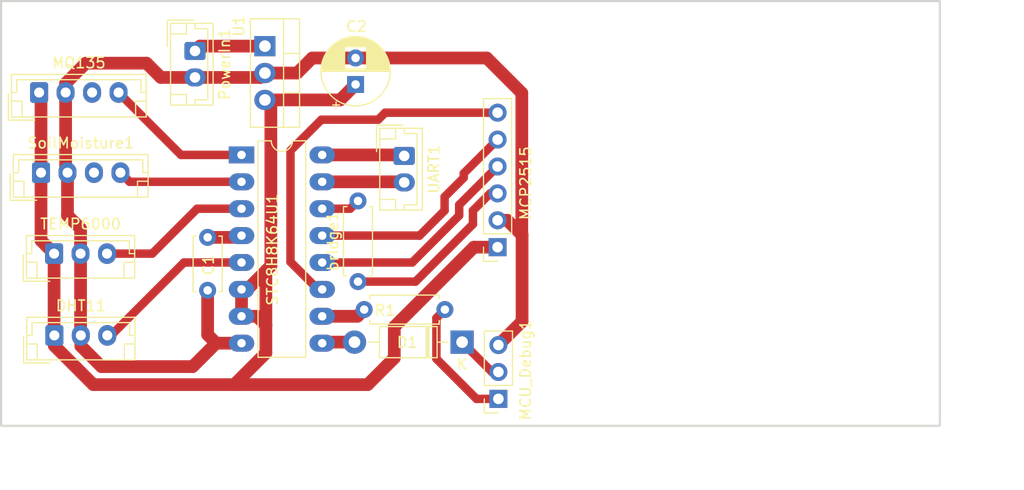
<source format=kicad_pcb>
(kicad_pcb (version 20221018) (generator pcbnew)
  (layers (0 "F.Cu" signal) (31 "B.Cu" signal) (34 "B.Paste" user) (35 "F.Paste" user) (36 "B.SilkS" user "B.Silkscreen") (37 "F.SilkS" user "F.Silkscreen") (38 "B.Mask" user) (39 "F.Mask" user) (44 "Edge.Cuts" user))
  (net 0 "")
  (net 1 "Net-(STC8H8K64U1-Pin_4)")
  (net 2 "GND")
  (net 3 "+5V")
  (net 4 "Net-(D1-K)")
  (net 5 "Net-(D1-A)")
  (net 6 "CS")
  (net 7 "MISO")
  (net 8 "MOSI")
  (net 9 "SCLK")
  (net 10 "Net-(MCU_Debug1-Pin_1)")
  (net 12 "MQ135")
  (net 13 "+12V")
  (net 14 "Net-(STC8H8K64U1-Pin_10)")
  (net 16 "SoilMoisture")
  (net 17 "TEMT6000")
  (net 18 "DHT11")
  (net 19 "RX")
  (net 20 "TX")
  (net 21 "Net-(STC8H8K64U1-Pin_14)")
  (footprint "Capacitor_THT:C_Disc_D5.0mm_W2.5mm_P5.00mm" (layer "F.Cu") (at 134.2644 64.6322 -90)
    (fp_text reference "C1" (at 2.6124 -0.0762 90) (layer "F.SilkS"))
    (fp_text value "10nF")
    (fp_line (start -0.12 -1.37) (end -0.12 -1.055) (stroke (width 0.12)) (layer "F.SilkS"))
    (fp_line (start -0.12 -1.37) (end 5.12 -1.37) (stroke (width 0.12)) (layer "F.SilkS"))
    (fp_line (start -0.12 1.055) (end -0.12 1.37) (stroke (width 0.12)) (layer "F.SilkS"))
    (fp_line (start -0.12 1.37) (end 5.12 1.37) (stroke (width 0.12)) (layer "F.SilkS"))
    (fp_line (start 5.12 -1.37) (end 5.12 -1.055) (stroke (width 0.12)) (layer "F.SilkS"))
    (fp_line (start 5.12 1.055) (end 5.12 1.37) (stroke (width 0.12)) (layer "F.SilkS"))
    (pad "1" thru_hole circle (at 0 0 270) (size 1.6 1.6) (drill 0.8) (layers "*.Cu" "*.Mask") (net 1 "Net-(STC8H8K64U1-Pin_4)"))
    (pad "2" thru_hole circle (at 5 0 270) (size 1.6 1.6) (drill 0.8) (layers "*.Cu" "*.Mask") (net 2 "GND"))
  )
  (footprint "Package_TO_SOT_THT:TO-220-3_Vertical" (layer "F.Cu") (at 139.6746 46.5728 -90)
    (fp_text reference "U1" (at -1.905 2.4638 90) (layer "F.SilkS"))
    (fp_text value "L7805")
    (fp_line (start -2.58 -3.27) (end -2.58 1.371) (stroke (width 0.12)) (layer "F.SilkS"))
    (fp_line (start -2.58 -3.27) (end 7.66 -3.27) (stroke (width 0.12)) (layer "F.SilkS"))
    (fp_line (start -2.58 -1.76) (end 7.66 -1.76) (stroke (width 0.12)) (layer "F.SilkS"))
    (fp_line (start -2.58 1.371) (end 7.66 1.371) (stroke (width 0.12)) (layer "F.SilkS"))
    (fp_line (start 0.69 -3.27) (end 0.69 -1.76) (stroke (width 0.12)) (layer "F.SilkS"))
    (fp_line (start 4.391 -3.27) (end 4.391 -1.76) (stroke (width 0.12)) (layer "F.SilkS"))
    (fp_line (start 7.66 -3.27) (end 7.66 1.371) (stroke (width 0.12)) (layer "F.SilkS"))
    (pad "1" thru_hole rect (at 0 0 270) (size 1.905 2) (drill 1.1) (layers "*.Cu" "*.Mask") (net 13 "+12V"))
    (pad "2" thru_hole oval (at 2.54 0 270) (size 1.905 2) (drill 1.1) (layers "*.Cu" "*.Mask") (net 2 "GND"))
    (pad "3" thru_hole oval (at 5.08 0 270) (size 1.905 2) (drill 1.1) (layers "*.Cu" "*.Mask") (net 3 "+5V"))
  )
  (footprint "Connector_JST:JST_EH_B3B-EH-A_1x03_P2.50mm_Vertical" (layer "F.Cu") (at 119.7648 66.167)
    (fp_text reference "TEMP6000" (at 2.5 -2.8) (layer "F.SilkS"))
    (fp_text value "JST-3p")
    (fp_line (start -2.91 0.11) (end -2.91 2.61) (stroke (width 0.12)) (layer "F.SilkS"))
    (fp_line (start -2.91 2.61) (end -0.41 2.61) (stroke (width 0.12)) (layer "F.SilkS"))
    (fp_line (start -2.61 -1.71) (end -2.61 2.31) (stroke (width 0.12)) (layer "F.SilkS"))
    (fp_line (start -2.61 0) (end -2.11 0) (stroke (width 0.12)) (layer "F.SilkS"))
    (fp_line (start -2.61 0.81) (end -1.61 0.81) (stroke (width 0.12)) (layer "F.SilkS"))
    (fp_line (start -2.61 2.31) (end 7.61 2.31) (stroke (width 0.12)) (layer "F.SilkS"))
    (fp_line (start -2.11 -1.21) (end 7.11 -1.21) (stroke (width 0.12)) (layer "F.SilkS"))
    (fp_line (start -2.11 0) (end -2.11 -1.21) (stroke (width 0.12)) (layer "F.SilkS"))
    (fp_line (start -1.61 0.81) (end -1.61 2.31) (stroke (width 0.12)) (layer "F.SilkS"))
    (fp_line (start 6.61 0.81) (end 6.61 2.31) (stroke (width 0.12)) (layer "F.SilkS"))
    (fp_line (start 7.11 -1.21) (end 7.11 0) (stroke (width 0.12)) (layer "F.SilkS"))
    (fp_line (start 7.11 0) (end 7.61 0) (stroke (width 0.12)) (layer "F.SilkS"))
    (fp_line (start 7.61 -1.71) (end -2.61 -1.71) (stroke (width 0.12)) (layer "F.SilkS"))
    (fp_line (start 7.61 0.81) (end 6.61 0.81) (stroke (width 0.12)) (layer "F.SilkS"))
    (fp_line (start 7.61 2.31) (end 7.61 -1.71) (stroke (width 0.12)) (layer "F.SilkS"))
    (pad "1" thru_hole roundrect (at 0 0) (size 1.7 1.95) (drill 0.95) (layers "*.Cu" "*.Mask") (roundrect_rratio 0.147059) (net 3 "+5V"))
    (pad "2" thru_hole oval (at 2.5 0) (size 1.7 1.95) (drill 0.95) (layers "*.Cu" "*.Mask") (net 2 "GND"))
    (pad "3" thru_hole oval (at 5 0) (size 1.7 1.95) (drill 0.95) (layers "*.Cu" "*.Mask") (net 17 "TEMT6000"))
  )
  (footprint "Connector_JST:JST_EH_B2B-EH-A_1x02_P2.50mm_Vertical" (layer "F.Cu") (at 133.0706 47.03 -90)
    (fp_text reference "PowerIn1" (at 1.25 -2.8 90) (layer "F.SilkS"))
    (fp_text value "JST-2p")
    (fp_line (start -2.91 0.11) (end -2.91 2.61) (stroke (width 0.12)) (layer "F.SilkS"))
    (fp_line (start -2.91 2.61) (end -0.41 2.61) (stroke (width 0.12)) (layer "F.SilkS"))
    (fp_line (start -2.61 -1.71) (end -2.61 2.31) (stroke (width 0.12)) (layer "F.SilkS"))
    (fp_line (start -2.61 0) (end -2.11 0) (stroke (width 0.12)) (layer "F.SilkS"))
    (fp_line (start -2.61 0.81) (end -1.61 0.81) (stroke (width 0.12)) (layer "F.SilkS"))
    (fp_line (start -2.61 2.31) (end 5.11 2.31) (stroke (width 0.12)) (layer "F.SilkS"))
    (fp_line (start -2.11 -1.21) (end 4.61 -1.21) (stroke (width 0.12)) (layer "F.SilkS"))
    (fp_line (start -2.11 0) (end -2.11 -1.21) (stroke (width 0.12)) (layer "F.SilkS"))
    (fp_line (start -1.61 0.81) (end -1.61 2.31) (stroke (width 0.12)) (layer "F.SilkS"))
    (fp_line (start 4.11 0.81) (end 4.11 2.31) (stroke (width 0.12)) (layer "F.SilkS"))
    (fp_line (start 4.61 -1.21) (end 4.61 0) (stroke (width 0.12)) (layer "F.SilkS"))
    (fp_line (start 4.61 0) (end 5.11 0) (stroke (width 0.12)) (layer "F.SilkS"))
    (fp_line (start 5.11 -1.71) (end -2.61 -1.71) (stroke (width 0.12)) (layer "F.SilkS"))
    (fp_line (start 5.11 0.81) (end 4.11 0.81) (stroke (width 0.12)) (layer "F.SilkS"))
    (fp_line (start 5.11 2.31) (end 5.11 -1.71) (stroke (width 0.12)) (layer "F.SilkS"))
    (pad "1" thru_hole roundrect (at 0 0 270) (size 1.7 2) (drill 1) (layers "*.Cu" "*.Mask") (roundrect_rratio 0.147059) (net 13 "+12V"))
    (pad "2" thru_hole oval (at 2.5 0 270) (size 1.7 2) (drill 1) (layers "*.Cu" "*.Mask") (net 2 "GND"))
  )
  (footprint "Connector_JST:JST_EH_B4B-EH-A_1x04_P2.50mm_Vertical" (layer "F.Cu") (at 118.3532 50.9524)
    (fp_text reference "MQ135" (at 3.75 -2.8) (layer "F.SilkS"))
    (fp_text value "JST-4p")
    (fp_line (start -2.91 0.11) (end -2.91 2.61) (stroke (width 0.12)) (layer "F.SilkS"))
    (fp_line (start -2.91 2.61) (end -0.41 2.61) (stroke (width 0.12)) (layer "F.SilkS"))
    (fp_line (start -2.61 -1.71) (end -2.61 2.31) (stroke (width 0.12)) (layer "F.SilkS"))
    (fp_line (start -2.61 0) (end -2.11 0) (stroke (width 0.12)) (layer "F.SilkS"))
    (fp_line (start -2.61 0.81) (end -1.61 0.81) (stroke (width 0.12)) (layer "F.SilkS"))
    (fp_line (start -2.61 2.31) (end 10.11 2.31) (stroke (width 0.12)) (layer "F.SilkS"))
    (fp_line (start -2.11 -1.21) (end 9.61 -1.21) (stroke (width 0.12)) (layer "F.SilkS"))
    (fp_line (start -2.11 0) (end -2.11 -1.21) (stroke (width 0.12)) (layer "F.SilkS"))
    (fp_line (start -1.61 0.81) (end -1.61 2.31) (stroke (width 0.12)) (layer "F.SilkS"))
    (fp_line (start 9.11 0.81) (end 9.11 2.31) (stroke (width 0.12)) (layer "F.SilkS"))
    (fp_line (start 9.61 -1.21) (end 9.61 0) (stroke (width 0.12)) (layer "F.SilkS"))
    (fp_line (start 9.61 0) (end 10.11 0) (stroke (width 0.12)) (layer "F.SilkS"))
    (fp_line (start 10.11 -1.71) (end -2.61 -1.71) (stroke (width 0.12)) (layer "F.SilkS"))
    (fp_line (start 10.11 0.81) (end 9.11 0.81) (stroke (width 0.12)) (layer "F.SilkS"))
    (fp_line (start 10.11 2.31) (end 10.11 -1.71) (stroke (width 0.12)) (layer "F.SilkS"))
    (pad "1" thru_hole roundrect (at 0 0) (size 1.7 1.95) (drill 0.95) (layers "*.Cu" "*.Mask") (roundrect_rratio 0.147059) (net 3 "+5V"))
    (pad "2" thru_hole oval (at 2.5 0) (size 1.7 1.95) (drill 0.95) (layers "*.Cu" "*.Mask") (net 2 "GND"))
    (pad "3" thru_hole oval (at 5 0) (size 1.7 1.95) (drill 0.95) (layers "*.Cu" "*.Mask"))
    (pad "4" thru_hole oval (at 7.5 0) (size 1.7 1.95) (drill 0.95) (layers "*.Cu" "*.Mask") (net 12 "MQ135"))
  )
  (footprint "Connector_PinSocket_2.54mm:PinSocket_1x06_P2.54mm_Vertical" (layer "F.Cu") (at 161.6456 65.5574 180)
    (fp_text reference "MCP2515" (at -2.6416 6.0452 90) (layer "F.SilkS"))
    (fp_text value "PinHeader6p")
    (fp_line (start -1.33 1.27) (end -1.33 14.03) (stroke (width 0.12)) (layer "F.SilkS"))
    (fp_line (start -1.33 1.27) (end 1.33 1.27) (stroke (width 0.12)) (layer "F.SilkS"))
    (fp_line (start -1.33 14.03) (end 1.33 14.03) (stroke (width 0.12)) (layer "F.SilkS"))
    (fp_line (start 0 -1.33) (end 1.33 -1.33) (stroke (width 0.12)) (layer "F.SilkS"))
    (fp_line (start 1.33 -1.33) (end 1.33 0) (stroke (width 0.12)) (layer "F.SilkS"))
    (fp_line (start 1.33 1.27) (end 1.33 14.03) (stroke (width 0.12)) (layer "F.SilkS"))
    (pad "1" thru_hole rect (at 0 0 180) (size 1.7 1.7) (drill 1) (layers "*.Cu" "*.Mask") (net 3 "+5V"))
    (pad "2" thru_hole oval (at 0 2.54 180) (size 1.7 1.7) (drill 1) (layers "*.Cu" "*.Mask") (net 2 "GND"))
    (pad "3" thru_hole oval (at 0 5.08 180) (size 1.7 1.7) (drill 1) (layers "*.Cu" "*.Mask") (net 6 "CS"))
    (pad "4" thru_hole oval (at 0 7.62 180) (size 1.7 1.7) (drill 1) (layers "*.Cu" "*.Mask") (net 7 "MISO"))
    (pad "5" thru_hole oval (at 0 10.16 180) (size 1.7 1.7) (drill 1) (layers "*.Cu" "*.Mask") (net 8 "MOSI"))
    (pad "6" thru_hole oval (at 0 12.7 180) (size 1.7 1.7) (drill 1) (layers "*.Cu" "*.Mask") (net 9 "SCLK"))
  )
  (footprint "Resistor_THT:R_Axial_DIN0207_L6.3mm_D2.5mm_P7.62mm_Horizontal" (layer "F.Cu") (at 148.463 68.8086 90)
    (fp_text reference "bridge1" (at 3.81 -2.37 90) (layer "F.SilkS"))
    (fp_text value "0")
    (fp_line (start 0.54 -1.37) (end 7.08 -1.37) (stroke (width 0.12)) (layer "F.SilkS"))
    (fp_line (start 0.54 -1.04) (end 0.54 -1.37) (stroke (width 0.12)) (layer "F.SilkS"))
    (fp_line (start 0.54 1.04) (end 0.54 1.37) (stroke (width 0.12)) (layer "F.SilkS"))
    (fp_line (start 0.54 1.37) (end 7.08 1.37) (stroke (width 0.12)) (layer "F.SilkS"))
    (fp_line (start 7.08 -1.37) (end 7.08 -1.04) (stroke (width 0.12)) (layer "F.SilkS"))
    (fp_line (start 7.08 1.37) (end 7.08 1.04) (stroke (width 0.12)) (layer "F.SilkS"))
    (pad "1" thru_hole circle (at 0 0 90) (size 1.6 1.6) (drill 0.8) (layers "*.Cu" "*.Mask") (net 6 "CS"))
    (pad "2" thru_hole oval (at 7.62 0 90) (size 1.6 1.6) (drill 0.8) (layers "*.Cu" "*.Mask") (net 21 "Net-(STC8H8K64U1-Pin_14)"))
  )
  (footprint "Connector_JST:JST_EH_B2B-EH-A_1x02_P2.50mm_Vertical" (layer "F.Cu") (at 152.827 56.9414 -90)
    (fp_text reference "UART1" (at 1.25 -2.8 90) (layer "F.SilkS"))
    (fp_text value "JST-2p")
    (fp_line (start -2.91 0.11) (end -2.91 2.61) (stroke (width 0.12)) (layer "F.SilkS"))
    (fp_line (start -2.91 2.61) (end -0.41 2.61) (stroke (width 0.12)) (layer "F.SilkS"))
    (fp_line (start -2.61 -1.71) (end -2.61 2.31) (stroke (width 0.12)) (layer "F.SilkS"))
    (fp_line (start -2.61 0) (end -2.11 0) (stroke (width 0.12)) (layer "F.SilkS"))
    (fp_line (start -2.61 0.81) (end -1.61 0.81) (stroke (width 0.12)) (layer "F.SilkS"))
    (fp_line (start -2.61 2.31) (end 5.11 2.31) (stroke (width 0.12)) (layer "F.SilkS"))
    (fp_line (start -2.11 -1.21) (end 4.61 -1.21) (stroke (width 0.12)) (layer "F.SilkS"))
    (fp_line (start -2.11 0) (end -2.11 -1.21) (stroke (width 0.12)) (layer "F.SilkS"))
    (fp_line (start -1.61 0.81) (end -1.61 2.31) (stroke (width 0.12)) (layer "F.SilkS"))
    (fp_line (start 4.11 0.81) (end 4.11 2.31) (stroke (width 0.12)) (layer "F.SilkS"))
    (fp_line (start 4.61 -1.21) (end 4.61 0) (stroke (width 0.12)) (layer "F.SilkS"))
    (fp_line (start 4.61 0) (end 5.11 0) (stroke (width 0.12)) (layer "F.SilkS"))
    (fp_line (start 5.11 -1.71) (end -2.61 -1.71) (stroke (width 0.12)) (layer "F.SilkS"))
    (fp_line (start 5.11 0.81) (end 4.11 0.81) (stroke (width 0.12)) (layer "F.SilkS"))
    (fp_line (start 5.11 2.31) (end 5.11 -1.71) (stroke (width 0.12)) (layer "F.SilkS"))
    (pad "1" thru_hole roundrect (at 0 0 270) (size 1.7 2) (drill 1) (layers "*.Cu" "*.Mask") (roundrect_rratio 0.147059) (net 20 "TX"))
    (pad "2" thru_hole oval (at 2.5 0 270) (size 1.7 2) (drill 1) (layers "*.Cu" "*.Mask") (net 19 "RX"))
  )
  (footprint "Connector_JST:JST_EH_B4B-EH-A_1x04_P2.50mm_Vertical" (layer "F.Cu") (at 118.531 58.5216)
    (fp_text reference "SoilMoisture1" (at 3.75 -2.8) (layer "F.SilkS"))
    (fp_text value "JST-4p")
    (fp_line (start -2.91 0.11) (end -2.91 2.61) (stroke (width 0.12)) (layer "F.SilkS"))
    (fp_line (start -2.91 2.61) (end -0.41 2.61) (stroke (width 0.12)) (layer "F.SilkS"))
    (fp_line (start -2.61 -1.71) (end -2.61 2.31) (stroke (width 0.12)) (layer "F.SilkS"))
    (fp_line (start -2.61 0) (end -2.11 0) (stroke (width 0.12)) (layer "F.SilkS"))
    (fp_line (start -2.61 0.81) (end -1.61 0.81) (stroke (width 0.12)) (layer "F.SilkS"))
    (fp_line (start -2.61 2.31) (end 10.11 2.31) (stroke (width 0.12)) (layer "F.SilkS"))
    (fp_line (start -2.11 -1.21) (end 9.61 -1.21) (stroke (width 0.12)) (layer "F.SilkS"))
    (fp_line (start -2.11 0) (end -2.11 -1.21) (stroke (width 0.12)) (layer "F.SilkS"))
    (fp_line (start -1.61 0.81) (end -1.61 2.31) (stroke (width 0.12)) (layer "F.SilkS"))
    (fp_line (start 9.11 0.81) (end 9.11 2.31) (stroke (width 0.12)) (layer "F.SilkS"))
    (fp_line (start 9.61 -1.21) (end 9.61 0) (stroke (width 0.12)) (layer "F.SilkS"))
    (fp_line (start 9.61 0) (end 10.11 0) (stroke (width 0.12)) (layer "F.SilkS"))
    (fp_line (start 10.11 -1.71) (end -2.61 -1.71) (stroke (width 0.12)) (layer "F.SilkS"))
    (fp_line (start 10.11 0.81) (end 9.11 0.81) (stroke (width 0.12)) (layer "F.SilkS"))
    (fp_line (start 10.11 2.31) (end 10.11 -1.71) (stroke (width 0.12)) (layer "F.SilkS"))
    (pad "1" thru_hole roundrect (at 0 0) (size 1.7 1.95) (drill 0.95) (layers "*.Cu" "*.Mask") (roundrect_rratio 0.147059) (net 3 "+5V"))
    (pad "2" thru_hole oval (at 2.5 0) (size 1.7 1.95) (drill 0.95) (layers "*.Cu" "*.Mask") (net 2 "GND"))
    (pad "3" thru_hole oval (at 5 0) (size 1.7 1.95) (drill 0.95) (layers "*.Cu" "*.Mask"))
    (pad "4" thru_hole oval (at 7.5 0) (size 1.7 1.95) (drill 0.95) (layers "*.Cu" "*.Mask") (net 16 "SoilMoisture"))
  )
  (footprint "Package_DIP:DIP-16_W7.62mm_LongPads" (layer "F.Cu") (at 137.4648 56.8452)
    (fp_text reference "STC8H8K64U1" (at 2.921 8.9408 90) (layer "F.SilkS"))
    (fp_text value "SOP16_case")
    (fp_line (start 1.56 -1.33) (end 1.56 19.11) (stroke (width 0.12)) (layer "F.SilkS"))
    (fp_line (start 1.56 19.11) (end 6.06 19.11) (stroke (width 0.12)) (layer "F.SilkS"))
    (fp_line (start 2.81 -1.33) (end 1.56 -1.33) (stroke (width 0.12)) (layer "F.SilkS"))
    (fp_line (start 6.06 -1.33) (end 4.81 -1.33) (stroke (width 0.12)) (layer "F.SilkS"))
    (fp_line (start 6.06 19.11) (end 6.06 -1.33) (stroke (width 0.12)) (layer "F.SilkS"))
    (fp_arc (start 4.81 -1.33) (mid 3.81 -0.33) (end 2.81 -1.33) (stroke (width 0.12)) (layer "F.SilkS"))
    (pad "1" thru_hole rect (at 0 0) (size 2.4 1.6) (drill 0.8) (layers "*.Cu" "*.Mask") (net 12 "MQ135"))
    (pad "2" thru_hole oval (at 0 2.54) (size 2.4 1.6) (drill 0.8) (layers "*.Cu" "*.Mask") (net 16 "SoilMoisture"))
    (pad "3" thru_hole oval (at 0 5.08) (size 2.4 1.6) (drill 0.8) (layers "*.Cu" "*.Mask") (net 17 "TEMT6000"))
    (pad "4" thru_hole oval (at 0 7.62) (size 2.4 1.6) (drill 0.8) (layers "*.Cu" "*.Mask") (net 1 "Net-(STC8H8K64U1-Pin_4)"))
    (pad "5" thru_hole oval (at 0 10.16) (size 2.4 1.6) (drill 0.8) (layers "*.Cu" "*.Mask") (net 18 "DHT11"))
    (pad "6" thru_hole oval (at 0 12.7) (size 2.4 1.6) (drill 0.8) (layers "*.Cu" "*.Mask") (net 3 "+5V"))
    (pad "7" thru_hole oval (at 0 15.24) (size 2.4 1.6) (drill 0.8) (layers "*.Cu" "*.Mask") (net 3 "+5V"))
    (pad "8" thru_hole oval (at 0 17.78) (size 2.4 1.6) (drill 0.8) (layers "*.Cu" "*.Mask") (net 2 "GND"))
    (pad "9" thru_hole oval (at 7.62 17.78) (size 2.4 1.6) (drill 0.8) (layers "*.Cu" "*.Mask") (net 5 "Net-(D1-A)"))
    (pad "10" thru_hole oval (at 7.62 15.24) (size 2.4 1.6) (drill 0.8) (layers "*.Cu" "*.Mask") (net 14 "Net-(STC8H8K64U1-Pin_10)"))
    (pad "11" thru_hole oval (at 7.62 12.7) (size 2.4 1.6) (drill 0.8) (layers "*.Cu" "*.Mask") (net 9 "SCLK"))
    (pad "12" thru_hole oval (at 7.62 10.16) (size 2.4 1.6) (drill 0.8) (layers "*.Cu" "*.Mask") (net 7 "MISO"))
    (pad "13" thru_hole oval (at 7.62 7.62) (size 2.4 1.6) (drill 0.8) (layers "*.Cu" "*.Mask") (net 8 "MOSI"))
    (pad "14" thru_hole oval (at 7.62 5.08) (size 2.4 1.6) (drill 0.8) (layers "*.Cu" "*.Mask") (net 21 "Net-(STC8H8K64U1-Pin_14)"))
    (pad "15" thru_hole oval (at 7.62 2.54) (size 2.4 1.6) (drill 0.8) (layers "*.Cu" "*.Mask") (net 19 "RX"))
    (pad "16" thru_hole oval (at 7.62 0) (size 2.4 1.6) (drill 0.8) (layers "*.Cu" "*.Mask") (net 20 "TX"))
  )
  (footprint "Connector_PinSocket_2.54mm:PinSocket_1x03_P2.54mm_Vertical" (layer "F.Cu") (at 161.7218 79.883 180)
    (fp_text reference "MCU_Debug1" (at -2.5654 2.7178 270) (layer "F.SilkS"))
    (fp_text value "1x3_Socket")
    (fp_line (start -1.33 1.27) (end -1.33 6.41) (stroke (width 0.12)) (layer "F.SilkS"))
    (fp_line (start -1.33 1.27) (end 1.33 1.27) (stroke (width 0.12)) (layer "F.SilkS"))
    (fp_line (start -1.33 6.41) (end 1.33 6.41) (stroke (width 0.12)) (layer "F.SilkS"))
    (fp_line (start 0 -1.33) (end 1.33 -1.33) (stroke (width 0.12)) (layer "F.SilkS"))
    (fp_line (start 1.33 -1.33) (end 1.33 0) (stroke (width 0.12)) (layer "F.SilkS"))
    (fp_line (start 1.33 1.27) (end 1.33 6.41) (stroke (width 0.12)) (layer "F.SilkS"))
    (pad "1" thru_hole rect (at 0 0 180) (size 1.7 1.7) (drill 1) (layers "*.Cu" "*.Mask") (net 10 "Net-(MCU_Debug1-Pin_1)"))
    (pad "2" thru_hole oval (at 0 2.54 180) (size 1.7 1.7) (drill 1) (layers "*.Cu" "*.Mask") (net 4 "Net-(D1-K)"))
    (pad "3" thru_hole oval (at 0 5.08 180) (size 1.7 1.7) (drill 1) (layers "*.Cu" "*.Mask") (net 2 "GND"))
  )
  (footprint "Capacitor_THT:CP_Radial_D6.3mm_P2.50mm" (layer "F.Cu") (at 148.2344 50.19358 90)
    (fp_text reference "C2" (at 5.47498 0.0762 180) (layer "F.SilkS"))
    (fp_text value "220uf")
    (fp_line (start -2.250241 -1.839) (end -1.620241 -1.839) (stroke (width 0.12)) (layer "F.SilkS"))
    (fp_line (start -1.935241 -2.154) (end -1.935241 -1.524) (stroke (width 0.12)) (layer "F.SilkS"))
    (fp_line (start 1.25 -3.23) (end 1.25 3.23) (stroke (width 0.12)) (layer "F.SilkS"))
    (fp_line (start 1.29 -3.23) (end 1.29 3.23) (stroke (width 0.12)) (layer "F.SilkS"))
    (fp_line (start 1.33 -3.23) (end 1.33 3.23) (stroke (width 0.12)) (layer "F.SilkS"))
    (fp_line (start 1.37 -3.228) (end 1.37 3.228) (stroke (width 0.12)) (layer "F.SilkS"))
    (fp_line (start 1.41 -3.227) (end 1.41 3.227) (stroke (width 0.12)) (layer "F.SilkS"))
    (fp_line (start 1.45 -3.224) (end 1.45 3.224) (stroke (width 0.12)) (layer "F.SilkS"))
    (fp_line (start 1.49 -3.222) (end 1.49 -1.04) (stroke (width 0.12)) (layer "F.SilkS"))
    (fp_line (start 1.49 1.04) (end 1.49 3.222) (stroke (width 0.12)) (layer "F.SilkS"))
    (fp_line (start 1.53 -3.218) (end 1.53 -1.04) (stroke (width 0.12)) (layer "F.SilkS"))
    (fp_line (start 1.53 1.04) (end 1.53 3.218) (stroke (width 0.12)) (layer "F.SilkS"))
    (fp_line (start 1.57 -3.215) (end 1.57 -1.04) (stroke (width 0.12)) (layer "F.SilkS"))
    (fp_line (start 1.57 1.04) (end 1.57 3.215) (stroke (width 0.12)) (layer "F.SilkS"))
    (fp_line (start 1.61 -3.211) (end 1.61 -1.04) (stroke (width 0.12)) (layer "F.SilkS"))
    (fp_line (start 1.61 1.04) (end 1.61 3.211) (stroke (width 0.12)) (layer "F.SilkS"))
    (fp_line (start 1.65 -3.206) (end 1.65 -1.04) (stroke (width 0.12)) (layer "F.SilkS"))
    (fp_line (start 1.65 1.04) (end 1.65 3.206) (stroke (width 0.12)) (layer "F.SilkS"))
    (fp_line (start 1.69 -3.201) (end 1.69 -1.04) (stroke (width 0.12)) (layer "F.SilkS"))
    (fp_line (start 1.69 1.04) (end 1.69 3.201) (stroke (width 0.12)) (layer "F.SilkS"))
    (fp_line (start 1.73 -3.195) (end 1.73 -1.04) (stroke (width 0.12)) (layer "F.SilkS"))
    (fp_line (start 1.73 1.04) (end 1.73 3.195) (stroke (width 0.12)) (layer "F.SilkS"))
    (fp_line (start 1.77 -3.189) (end 1.77 -1.04) (stroke (width 0.12)) (layer "F.SilkS"))
    (fp_line (start 1.77 1.04) (end 1.77 3.189) (stroke (width 0.12)) (layer "F.SilkS"))
    (fp_line (start 1.81 -3.182) (end 1.81 -1.04) (stroke (width 0.12)) (layer "F.SilkS"))
    (fp_line (start 1.81 1.04) (end 1.81 3.182) (stroke (width 0.12)) (layer "F.SilkS"))
    (fp_line (start 1.85 -3.175) (end 1.85 -1.04) (stroke (width 0.12)) (layer "F.SilkS"))
    (fp_line (start 1.85 1.04) (end 1.85 3.175) (stroke (width 0.12)) (layer "F.SilkS"))
    (fp_line (start 1.89 -3.167) (end 1.89 -1.04) (stroke (width 0.12)) (layer "F.SilkS"))
    (fp_line (start 1.89 1.04) (end 1.89 3.167) (stroke (width 0.12)) (layer "F.SilkS"))
    (fp_line (start 1.93 -3.159) (end 1.93 -1.04) (stroke (width 0.12)) (layer "F.SilkS"))
    (fp_line (start 1.93 1.04) (end 1.93 3.159) (stroke (width 0.12)) (layer "F.SilkS"))
    (fp_line (start 1.971 -3.15) (end 1.971 -1.04) (stroke (width 0.12)) (layer "F.SilkS"))
    (fp_line (start 1.971 1.04) (end 1.971 3.15) (stroke (width 0.12)) (layer "F.SilkS"))
    (fp_line (start 2.011 -3.141) (end 2.011 -1.04) (stroke (width 0.12)) (layer "F.SilkS"))
    (fp_line (start 2.011 1.04) (end 2.011 3.141) (stroke (width 0.12)) (layer "F.SilkS"))
    (fp_line (start 2.051 -3.131) (end 2.051 -1.04) (stroke (width 0.12)) (layer "F.SilkS"))
    (fp_line (start 2.051 1.04) (end 2.051 3.131) (stroke (width 0.12)) (layer "F.SilkS"))
    (fp_line (start 2.091 -3.121) (end 2.091 -1.04) (stroke (width 0.12)) (layer "F.SilkS"))
    (fp_line (start 2.091 1.04) (end 2.091 3.121) (stroke (width 0.12)) (layer "F.SilkS"))
    (fp_line (start 2.131 -3.11) (end 2.131 -1.04) (stroke (width 0.12)) (layer "F.SilkS"))
    (fp_line (start 2.131 1.04) (end 2.131 3.11) (stroke (width 0.12)) (layer "F.SilkS"))
    (fp_line (start 2.171 -3.098) (end 2.171 -1.04) (stroke (width 0.12)) (layer "F.SilkS"))
    (fp_line (start 2.171 1.04) (end 2.171 3.098) (stroke (width 0.12)) (layer "F.SilkS"))
    (fp_line (start 2.211 -3.086) (end 2.211 -1.04) (stroke (width 0.12)) (layer "F.SilkS"))
    (fp_line (start 2.211 1.04) (end 2.211 3.086) (stroke (width 0.12)) (layer "F.SilkS"))
    (fp_line (start 2.251 -3.074) (end 2.251 -1.04) (stroke (width 0.12)) (layer "F.SilkS"))
    (fp_line (start 2.251 1.04) (end 2.251 3.074) (stroke (width 0.12)) (layer "F.SilkS"))
    (fp_line (start 2.291 -3.061) (end 2.291 -1.04) (stroke (width 0.12)) (layer "F.SilkS"))
    (fp_line (start 2.291 1.04) (end 2.291 3.061) (stroke (width 0.12)) (layer "F.SilkS"))
    (fp_line (start 2.331 -3.047) (end 2.331 -1.04) (stroke (width 0.12)) (layer "F.SilkS"))
    (fp_line (start 2.331 1.04) (end 2.331 3.047) (stroke (width 0.12)) (layer "F.SilkS"))
    (fp_line (start 2.371 -3.033) (end 2.371 -1.04) (stroke (width 0.12)) (layer "F.SilkS"))
    (fp_line (start 2.371 1.04) (end 2.371 3.033) (stroke (width 0.12)) (layer "F.SilkS"))
    (fp_line (start 2.411 -3.018) (end 2.411 -1.04) (stroke (width 0.12)) (layer "F.SilkS"))
    (fp_line (start 2.411 1.04) (end 2.411 3.018) (stroke (width 0.12)) (layer "F.SilkS"))
    (fp_line (start 2.451 -3.002) (end 2.451 -1.04) (stroke (width 0.12)) (layer "F.SilkS"))
    (fp_line (start 2.451 1.04) (end 2.451 3.002) (stroke (width 0.12)) (layer "F.SilkS"))
    (fp_line (start 2.491 -2.986) (end 2.491 -1.04) (stroke (width 0.12)) (layer "F.SilkS"))
    (fp_line (start 2.491 1.04) (end 2.491 2.986) (stroke (width 0.12)) (layer "F.SilkS"))
    (fp_line (start 2.531 -2.97) (end 2.531 -1.04) (stroke (width 0.12)) (layer "F.SilkS"))
    (fp_line (start 2.531 1.04) (end 2.531 2.97) (stroke (width 0.12)) (layer "F.SilkS"))
    (fp_line (start 2.571 -2.952) (end 2.571 -1.04) (stroke (width 0.12)) (layer "F.SilkS"))
    (fp_line (start 2.571 1.04) (end 2.571 2.952) (stroke (width 0.12)) (layer "F.SilkS"))
    (fp_line (start 2.611 -2.934) (end 2.611 -1.04) (stroke (width 0.12)) (layer "F.SilkS"))
    (fp_line (start 2.611 1.04) (end 2.611 2.934) (stroke (width 0.12)) (layer "F.SilkS"))
    (fp_line (start 2.651 -2.916) (end 2.651 -1.04) (stroke (width 0.12)) (layer "F.SilkS"))
    (fp_line (start 2.651 1.04) (end 2.651 2.916) (stroke (width 0.12)) (layer "F.SilkS"))
    (fp_line (start 2.691 -2.896) (end 2.691 -1.04) (stroke (width 0.12)) (layer "F.SilkS"))
    (fp_line (start 2.691 1.04) (end 2.691 2.896) (stroke (width 0.12)) (layer "F.SilkS"))
    (fp_line (start 2.731 -2.876) (end 2.731 -1.04) (stroke (width 0.12)) (layer "F.SilkS"))
    (fp_line (start 2.731 1.04) (end 2.731 2.876) (stroke (width 0.12)) (layer "F.SilkS"))
    (fp_line (start 2.771 -2.856) (end 2.771 -1.04) (stroke (width 0.12)) (layer "F.SilkS"))
    (fp_line (start 2.771 1.04) (end 2.771 2.856) (stroke (width 0.12)) (layer "F.SilkS"))
    (fp_line (start 2.811 -2.834) (end 2.811 -1.04) (stroke (width 0.12)) (layer "F.SilkS"))
    (fp_line (start 2.811 1.04) (end 2.811 2.834) (stroke (width 0.12)) (layer "F.SilkS"))
    (fp_line (start 2.851 -2.812) (end 2.851 -1.04) (stroke (width 0.12)) (layer "F.SilkS"))
    (fp_line (start 2.851 1.04) (end 2.851 2.812) (stroke (width 0.12)) (layer "F.SilkS"))
    (fp_line (start 2.891 -2.79) (end 2.891 -1.04) (stroke (width 0.12)) (layer "F.SilkS"))
    (fp_line (start 2.891 1.04) (end 2.891 2.79) (stroke (width 0.12)) (layer "F.SilkS"))
    (fp_line (start 2.931 -2.766) (end 2.931 -1.04) (stroke (width 0.12)) (layer "F.SilkS"))
    (fp_line (start 2.931 1.04) (end 2.931 2.766) (stroke (width 0.12)) (layer "F.SilkS"))
    (fp_line (start 2.971 -2.742) (end 2.971 -1.04) (stroke (width 0.12)) (layer "F.SilkS"))
    (fp_line (start 2.971 1.04) (end 2.971 2.742) (stroke (width 0.12)) (layer "F.SilkS"))
    (fp_line (start 3.011 -2.716) (end 3.011 -1.04) (stroke (width 0.12)) (layer "F.SilkS"))
    (fp_line (start 3.011 1.04) (end 3.011 2.716) (stroke (width 0.12)) (layer "F.SilkS"))
    (fp_line (start 3.051 -2.69) (end 3.051 -1.04) (stroke (width 0.12)) (layer "F.SilkS"))
    (fp_line (start 3.051 1.04) (end 3.051 2.69) (stroke (width 0.12)) (layer "F.SilkS"))
    (fp_line (start 3.091 -2.664) (end 3.091 -1.04) (stroke (width 0.12)) (layer "F.SilkS"))
    (fp_line (start 3.091 1.04) (end 3.091 2.664) (stroke (width 0.12)) (layer "F.SilkS"))
    (fp_line (start 3.131 -2.636) (end 3.131 -1.04) (stroke (width 0.12)) (layer "F.SilkS"))
    (fp_line (start 3.131 1.04) (end 3.131 2.636) (stroke (width 0.12)) (layer "F.SilkS"))
    (fp_line (start 3.171 -2.607) (end 3.171 -1.04) (stroke (width 0.12)) (layer "F.SilkS"))
    (fp_line (start 3.171 1.04) (end 3.171 2.607) (stroke (width 0.12)) (layer "F.SilkS"))
    (fp_line (start 3.211 -2.578) (end 3.211 -1.04) (stroke (width 0.12)) (layer "F.SilkS"))
    (fp_line (start 3.211 1.04) (end 3.211 2.578) (stroke (width 0.12)) (layer "F.SilkS"))
    (fp_line (start 3.251 -2.548) (end 3.251 -1.04) (stroke (width 0.12)) (layer "F.SilkS"))
    (fp_line (start 3.251 1.04) (end 3.251 2.548) (stroke (width 0.12)) (layer "F.SilkS"))
    (fp_line (start 3.291 -2.516) (end 3.291 -1.04) (stroke (width 0.12)) (layer "F.SilkS"))
    (fp_line (start 3.291 1.04) (end 3.291 2.516) (stroke (width 0.12)) (layer "F.SilkS"))
    (fp_line (start 3.331 -2.484) (end 3.331 -1.04) (stroke (width 0.12)) (layer "F.SilkS"))
    (fp_line (start 3.331 1.04) (end 3.331 2.484) (stroke (width 0.12)) (layer "F.SilkS"))
    (fp_line (start 3.371 -2.45) (end 3.371 -1.04) (stroke (width 0.12)) (layer "F.SilkS"))
    (fp_line (start 3.371 1.04) (end 3.371 2.45) (stroke (width 0.12)) (layer "F.SilkS"))
    (fp_line (start 3.411 -2.416) (end 3.411 -1.04) (stroke (width 0.12)) (layer "F.SilkS"))
    (fp_line (start 3.411 1.04) (end 3.411 2.416) (stroke (width 0.12)) (layer "F.SilkS"))
    (fp_line (start 3.451 -2.38) (end 3.451 -1.04) (stroke (width 0.12)) (layer "F.SilkS"))
    (fp_line (start 3.451 1.04) (end 3.451 2.38) (stroke (width 0.12)) (layer "F.SilkS"))
    (fp_line (start 3.491 -2.343) (end 3.491 -1.04) (stroke (width 0.12)) (layer "F.SilkS"))
    (fp_line (start 3.491 1.04) (end 3.491 2.343) (stroke (width 0.12)) (layer "F.SilkS"))
    (fp_line (start 3.531 -2.305) (end 3.531 -1.04) (stroke (width 0.12)) (layer "F.SilkS"))
    (fp_line (start 3.531 1.04) (end 3.531 2.305) (stroke (width 0.12)) (layer "F.SilkS"))
    (fp_line (start 3.571 -2.265) (end 3.571 2.265) (stroke (width 0.12)) (layer "F.SilkS"))
    (fp_line (start 3.611 -2.224) (end 3.611 2.224) (stroke (width 0.12)) (layer "F.SilkS"))
    (fp_line (start 3.651 -2.182) (end 3.651 2.182) (stroke (width 0.12)) (layer "F.SilkS"))
    (fp_line (start 3.691 -2.137) (end 3.691 2.137) (stroke (width 0.12)) (layer "F.SilkS"))
    (fp_line (start 3.731 -2.092) (end 3.731 2.092) (stroke (width 0.12)) (layer "F.SilkS"))
    (fp_line (start 3.771 -2.044) (end 3.771 2.044) (stroke (width 0.12)) (layer "F.SilkS"))
    (fp_line (start 3.811 -1.995) (end 3.811 1.995) (stroke (width 0.12)) (layer "F.SilkS"))
    (fp_line (start 3.851 -1.944) (end 3.851 1.944) (stroke (width 0.12)) (layer "F.SilkS"))
    (fp_line (start 3.891 -1.89) (end 3.891 1.89) (stroke (width 0.12)) (layer "F.SilkS"))
    (fp_line (start 3.931 -1.834) (end 3.931 1.834) (stroke (width 0.12)) (layer "F.SilkS"))
    (fp_line (start 3.971 -1.776) (end 3.971 1.776) (stroke (width 0.12)) (layer "F.SilkS"))
    (fp_line (start 4.011 -1.714) (end 4.011 1.714) (stroke (width 0.12)) (layer "F.SilkS"))
    (fp_line (start 4.051 -1.65) (end 4.051 1.65) (stroke (width 0.12)) (layer "F.SilkS"))
    (fp_line (start 4.091 -1.581) (end 4.091 1.581) (stroke (width 0.12)) (layer "F.SilkS"))
    (fp_line (start 4.131 -1.509) (end 4.131 1.509) (stroke (width 0.12)) (layer "F.SilkS"))
    (fp_line (start 4.171 -1.432) (end 4.171 1.432) (stroke (width 0.12)) (layer "F.SilkS"))
    (fp_line (start 4.211 -1.35) (end 4.211 1.35) (stroke (width 0.12)) (layer "F.SilkS"))
    (fp_line (start 4.251 -1.262) (end 4.251 1.262) (stroke (width 0.12)) (layer "F.SilkS"))
    (fp_line (start 4.291 -1.165) (end 4.291 1.165) (stroke (width 0.12)) (layer "F.SilkS"))
    (fp_line (start 4.331 -1.059) (end 4.331 1.059) (stroke (width 0.12)) (layer "F.SilkS"))
    (fp_line (start 4.371 -0.94) (end 4.371 0.94) (stroke (width 0.12)) (layer "F.SilkS"))
    (fp_line (start 4.411 -0.802) (end 4.411 0.802) (stroke (width 0.12)) (layer "F.SilkS"))
    (fp_line (start 4.451 -0.633) (end 4.451 0.633) (stroke (width 0.12)) (layer "F.SilkS"))
    (fp_line (start 4.491 -0.402) (end 4.491 0.402) (stroke (width 0.12)) (layer "F.SilkS"))
    (fp_circle (center 1.25 0) (end 4.52 0) (stroke (width 0.12)) (fill none) (layer "F.SilkS"))
    (pad "1" thru_hole rect (at 0 0 90) (size 1.6 1.6) (drill 0.8) (layers "*.Cu" "*.Mask") (net 3 "+5V"))
    (pad "2" thru_hole circle (at 2.5 0 90) (size 1.6 1.6) (drill 0.8) (layers "*.Cu" "*.Mask") (net 2 "GND"))
  )
  (footprint "Diode_THT:D_DO-41_SOD81_P10.16mm_Horizontal" (layer "F.Cu") (at 158.2928 74.5236 180)
    (fp_text reference "D1" (at 5.1816 -0.0254) (layer "F.SilkS"))
    (fp_text value "1N5817")
    (fp_text user "K" (at 0 -2.1) (layer "F.SilkS"))
    (fp_line (start 1.34 0) (end 2.36 0) (stroke (width 0.12)) (layer "F.SilkS"))
    (fp_line (start 2.36 -1.47) (end 2.36 1.47) (stroke (width 0.12)) (layer "F.SilkS"))
    (fp_line (start 2.36 1.47) (end 7.8 1.47) (stroke (width 0.12)) (layer "F.SilkS"))
    (fp_line (start 3.14 -1.47) (end 3.14 1.47) (stroke (width 0.12)) (layer "F.SilkS"))
    (fp_line (start 3.26 -1.47) (end 3.26 1.47) (stroke (width 0.12)) (layer "F.SilkS"))
    (fp_line (start 3.38 -1.47) (end 3.38 1.47) (stroke (width 0.12)) (layer "F.SilkS"))
    (fp_line (start 7.8 -1.47) (end 2.36 -1.47) (stroke (width 0.12)) (layer "F.SilkS"))
    (fp_line (start 7.8 1.47) (end 7.8 -1.47) (stroke (width 0.12)) (layer "F.SilkS"))
    (fp_line (start 8.82 0) (end 7.8 0) (stroke (width 0.12)) (layer "F.SilkS"))
    (pad "1" thru_hole rect (at 0 0 180) (size 2.2 2.2) (drill 1.1) (layers "*.Cu" "*.Mask") (net 4 "Net-(D1-K)"))
    (pad "2" thru_hole oval (at 10.16 0 180) (size 2.2 2.2) (drill 1.1) (layers "*.Cu" "*.Mask") (net 5 "Net-(D1-A)"))
  )
  (footprint "Resistor_THT:R_Axial_DIN0207_L6.3mm_D2.5mm_P7.62mm_Horizontal" (layer "F.Cu") (at 156.6672 71.4502 180)
    (fp_text reference "R1" (at 5.6388 -0.0762) (layer "F.SilkS"))
    (fp_text value "200")
    (fp_line (start 0.54 -1.37) (end 7.08 -1.37) (stroke (width 0.12)) (layer "F.SilkS"))
    (fp_line (start 0.54 -1.04) (end 0.54 -1.37) (stroke (width 0.12)) (layer "F.SilkS"))
    (fp_line (start 0.54 1.04) (end 0.54 1.37) (stroke (width 0.12)) (layer "F.SilkS"))
    (fp_line (start 0.54 1.37) (end 7.08 1.37) (stroke (width 0.12)) (layer "F.SilkS"))
    (fp_line (start 7.08 -1.37) (end 7.08 -1.04) (stroke (width 0.12)) (layer "F.SilkS"))
    (fp_line (start 7.08 1.37) (end 7.08 1.04) (stroke (width 0.12)) (layer "F.SilkS"))
    (pad "1" thru_hole circle (at 0 0 180) (size 1.6 1.6) (drill 0.8) (layers "*.Cu" "*.Mask") (net 10 "Net-(MCU_Debug1-Pin_1)"))
    (pad "2" thru_hole oval (at 7.62 0 180) (size 1.6 1.6) (drill 0.8) (layers "*.Cu" "*.Mask") (net 14 "Net-(STC8H8K64U1-Pin_10)"))
  )
  (footprint "Connector_JST:JST_EH_B3B-EH-A_1x03_P2.50mm_Vertical" (layer "F.Cu") (at 119.7902 73.8886)
    (fp_text reference "DHT11" (at 2.5 -2.8) (layer "F.SilkS"))
    (fp_text value "JST-3p")
    (fp_line (start -2.91 0.11) (end -2.91 2.61) (stroke (width 0.12)) (layer "F.SilkS"))
    (fp_line (start -2.91 2.61) (end -0.41 2.61) (stroke (width 0.12)) (layer "F.SilkS"))
    (fp_line (start -2.61 -1.71) (end -2.61 2.31) (stroke (width 0.12)) (layer "F.SilkS"))
    (fp_line (start -2.61 0) (end -2.11 0) (stroke (width 0.12)) (layer "F.SilkS"))
    (fp_line (start -2.61 0.81) (end -1.61 0.81) (stroke (width 0.12)) (layer "F.SilkS"))
    (fp_line (start -2.61 2.31) (end 7.61 2.31) (stroke (width 0.12)) (layer "F.SilkS"))
    (fp_line (start -2.11 -1.21) (end 7.11 -1.21) (stroke (width 0.12)) (layer "F.SilkS"))
    (fp_line (start -2.11 0) (end -2.11 -1.21) (stroke (width 0.12)) (layer "F.SilkS"))
    (fp_line (start -1.61 0.81) (end -1.61 2.31) (stroke (width 0.12)) (layer "F.SilkS"))
    (fp_line (start 6.61 0.81) (end 6.61 2.31) (stroke (width 0.12)) (layer "F.SilkS"))
    (fp_line (start 7.11 -1.21) (end 7.11 0) (stroke (width 0.12)) (layer "F.SilkS"))
    (fp_line (start 7.11 0) (end 7.61 0) (stroke (width 0.12)) (layer "F.SilkS"))
    (fp_line (start 7.61 -1.71) (end -2.61 -1.71) (stroke (width 0.12)) (layer "F.SilkS"))
    (fp_line (start 7.61 0.81) (end 6.61 0.81) (stroke (width 0.12)) (layer "F.SilkS"))
    (fp_line (start 7.61 2.31) (end 7.61 -1.71) (stroke (width 0.12)) (layer "F.SilkS"))
    (pad "1" thru_hole roundrect (at 0 0) (size 1.7 1.95) (drill 0.95) (layers "*.Cu" "*.Mask") (roundrect_rratio 0.147059) (net 3 "+5V"))
    (pad "2" thru_hole oval (at 2.5 0) (size 1.7 1.95) (drill 0.95) (layers "*.Cu" "*.Mask") (net 2 "GND"))
    (pad "3" thru_hole oval (at 5 0) (size 1.7 1.95) (drill 0.95) (layers "*.Cu" "*.Mask") (net 18 "DHT11"))
  )
  (gr_rect (start 114.7572 42.3164) (end 203.4032 82.423) (stroke (width 0.2)) (fill none) (layer "Edge.Cuts"))
  (segment (start 137.2978 64.6322) (end 137.4648 64.4652) (width 1.2) (layer "F.Cu") (net 1))
  (segment (start 134.2644 64.6322) (end 137.2978 64.6322) (width 1.2) (layer "F.Cu") (net 1))
  (segment (start 160.62198 47.69358) (end 148.2344 47.69358) (width 1.2) (layer "F.Cu") (net 2))
  (segment (start 122.2648 66.167) (end 122.2648 63.794) (width 1.2) (layer "F.Cu") (net 2))
  (segment (start 163.9316 51.0032) (end 160.62198 47.69358) (width 1.2) (layer "F.Cu") (net 2))
  (segment (start 120.8532 50.9524) (end 120.8532 58.3438) (width 1.2) (layer "F.Cu") (net 2))
  (segment (start 121.031 62.5602) (end 121.031 58.5216) (width 1.2) (layer "F.Cu") (net 2))
  (segment (start 124.2314 76.835) (end 132.855 76.835) (width 1.2) (layer "F.Cu") (net 2))
  (segment (start 120.8532 50.0888) (end 120.8532 50.9524) (width 1.2) (layer "F.Cu") (net 2))
  (segment (start 142.7226 49.1128) (end 144.14182 47.69358) (width 1.2) (layer "F.Cu") (net 2))
  (segment (start 133.0706 49.53) (end 139.2574 49.53) (width 1.2) (layer "F.Cu") (net 2))
  (segment (start 134.2644 73.8248) (end 135.0648 74.6252) (width 1.2) (layer "F.Cu") (net 2))
  (segment (start 122.2648 73.8632) (end 122.2902 73.8886) (width 1.2) (layer "F.Cu") (net 2))
  (segment (start 129.8448 49.53) (end 128.4986 48.1838) (width 1.2) (layer "F.Cu") (net 2))
  (segment (start 163.9316 64.389) (end 163.9316 51.0032) (width 1.2) (layer "F.Cu") (net 2))
  (segment (start 132.855 76.835) (end 135.0648 74.6252) (width 1.2) (layer "F.Cu") (net 2))
  (segment (start 139.2574 49.53) (end 139.6746 49.1128) (width 1.2) (layer "F.Cu") (net 2))
  (segment (start 122.2902 74.8938) (end 124.2314 76.835) (width 1.2) (layer "F.Cu") (net 2))
  (segment (start 120.8532 58.3438) (end 121.031 58.5216) (width 1.2) (layer "F.Cu") (net 2))
  (segment (start 163.957 64.4144) (end 163.957 72.5678) (width 1.2) (layer "F.Cu") (net 2))
  (segment (start 134.2644 69.6322) (end 134.2644 73.8248) (width 1.2) (layer "F.Cu") (net 2))
  (segment (start 144.14182 47.69358) (end 148.2344 47.69358) (width 1.2) (layer "F.Cu") (net 2))
  (segment (start 128.4986 48.1838) (end 122.7582 48.1838) (width 1.2) (layer "F.Cu") (net 2))
  (segment (start 163.957 64.4144) (end 163.9316 64.389) (width 1.2) (layer "F.Cu") (net 2))
  (segment (start 122.7582 48.1838) (end 120.8532 50.0888) (width 1.2) (layer "F.Cu") (net 2))
  (segment (start 139.6746 49.1128) (end 142.7226 49.1128) (width 1.2) (layer "F.Cu") (net 2))
  (segment (start 122.2902 73.8886) (end 122.2902 74.8938) (width 1.2) (layer "F.Cu") (net 2))
  (segment (start 162.56 63.0174) (end 163.957 64.4144) (width 1.2) (layer "F.Cu") (net 2))
  (segment (start 122.2648 66.167) (end 122.2648 73.8632) (width 1.2) (layer "F.Cu") (net 2))
  (segment (start 122.2648 63.794) (end 121.031 62.5602) (width 1.2) (layer "F.Cu") (net 2))
  (segment (start 161.6456 63.0174) (end 162.56 63.0174) (width 1.2) (layer "F.Cu") (net 2))
  (segment (start 133.0706 49.53) (end 129.8448 49.53) (width 1.2) (layer "F.Cu") (net 2))
  (segment (start 135.0648 74.6252) (end 137.4648 74.6252) (width 1.2) (layer "F.Cu") (net 2))
  (segment (start 163.957 72.5678) (end 161.7218 74.803) (width 1.2) (layer "F.Cu") (net 2))
  (segment (start 140.2334 67.323606) (end 140.2334 52.2116) (width 1.2) (layer "F.Cu") (net 3))
  (segment (start 119.7648 66.167) (end 119.7648 73.8632) (width 1.2) (layer "F.Cu") (net 3))
  (segment (start 119.7648 73.8632) (end 119.7902 73.8886) (width 1.2) (layer "F.Cu") (net 3))
  (segment (start 137.4648 69.5452) (end 137.4648 72.0852) (width 1.2) (layer "F.Cu") (net 3))
  (segment (start 139.7648 72.9374) (end 138.9126 72.0852) (width 1.2) (layer "F.Cu") (net 3))
  (segment (start 138.011806 69.5452) (end 140.2334 67.323606) (width 1.2) (layer "F.Cu") (net 3))
  (segment (start 139.7648 75.551) (end 139.7648 72.9374) (width 1.2) (layer "F.Cu") (net 3))
  (segment (start 140.2334 52.2116) (end 139.6746 51.6528) (width 1.2) (layer "F.Cu") (net 3))
  (segment (start 151.892 73.0758) (end 159.4104 65.5574) (width 1.2) (layer "F.Cu") (net 3))
  (segment (start 118.531 51.1302) (end 118.3532 50.9524) (width 1.2) (layer "F.Cu") (net 3))
  (segment (start 119.7902 73.8886) (end 119.7902 74.8636) (width 1.2) (layer "F.Cu") (net 3))
  (segment (start 139.7648 67.792206) (end 139.7648 72.9374) (width 1.2) (layer "F.Cu") (net 3))
  (segment (start 123.4616 78.535) (end 136.7808 78.535) (width 1.2) (layer "F.Cu") (net 3))
  (segment (start 137.4648 69.5452) (end 138.011806 69.5452) (width 1.2) (layer "F.Cu") (net 3))
  (segment (start 119.7902 74.8636) (end 123.4616 78.535) (width 1.2) (layer "F.Cu") (net 3))
  (segment (start 146.77518 51.6528) (end 148.2344 50.19358) (width 1.2) (layer "F.Cu") (net 3))
  (segment (start 136.7808 78.535) (end 139.7648 75.551) (width 1.2) (layer "F.Cu") (net 3))
  (segment (start 140.2334 67.323606) (end 139.7648 67.792206) (width 1.2) (layer "F.Cu") (net 3))
  (segment (start 149.3792 78.535) (end 151.892 76.0222) (width 1.2) (layer "F.Cu") (net 3))
  (segment (start 151.892 76.0222) (end 151.892 73.0758) (width 1.2) (layer "F.Cu") (net 3))
  (segment (start 138.9126 72.0852) (end 137.4648 72.0852) (width 1.2) (layer "F.Cu") (net 3))
  (segment (start 118.531 64.9332) (end 119.7648 66.167) (width 1.2) (layer "F.Cu") (net 3))
  (segment (start 136.7808 78.535) (end 149.3792 78.535) (width 1.2) (layer "F.Cu") (net 3))
  (segment (start 139.6746 51.6528) (end 146.77518 51.6528) (width 1.2) (layer "F.Cu") (net 3))
  (segment (start 118.531 58.5216) (end 118.531 64.9332) (width 1.2) (layer "F.Cu") (net 3))
  (segment (start 159.4104 65.5574) (end 161.6456 65.5574) (width 1.2) (layer "F.Cu") (net 3))
  (segment (start 118.531 58.5216) (end 118.531 51.1302) (width 1.2) (layer "F.Cu") (net 3))
  (segment (start 161.7218 77.343) (end 161.1122 77.343) (width 0.8) (layer "F.Cu") (net 4))
  (segment (start 161.1122 77.343) (end 158.2928 74.5236) (width 0.8) (layer "F.Cu") (net 4))
  (segment (start 148.1328 74.5236) (end 145.1864 74.5236) (width 1.2) (layer "F.Cu") (net 5))
  (segment (start 145.1864 74.5236) (end 145.0848 74.6252) (width 1.2) (layer "F.Cu") (net 5))
  (segment (start 153.8986 68.8086) (end 148.463 68.8086) (width 0.8) (layer "F.Cu") (net 6))
  (segment (start 159.318478 62.103) (end 159.318478 63.388722) (width 0.8) (layer "F.Cu") (net 6))
  (segment (start 160.944078 60.4774) (end 159.318478 62.103) (width 0.8) (layer "F.Cu") (net 6))
  (segment (start 159.318478 63.388722) (end 153.8986 68.8086) (width 0.8) (layer "F.Cu") (net 6))
  (segment (start 161.6456 60.4774) (end 160.944078 60.4774) (width 0.8) (layer "F.Cu") (net 6))
  (segment (start 161.6456 57.9374) (end 158.018478 61.564522) (width 0.8) (layer "F.Cu") (net 7))
  (segment (start 158.018478 62.5648) (end 153.578078 67.0052) (width 0.8) (layer "F.Cu") (net 7))
  (segment (start 158.018478 61.564522) (end 158.018478 62.5648) (width 0.8) (layer "F.Cu") (net 7))
  (segment (start 153.578078 67.0052) (end 145.0848 67.0052) (width 0.8) (layer "F.Cu") (net 7))
  (segment (start 158.4452 58.5978) (end 158.4452 59.0042) (width 0.8) (layer "F.Cu") (net 8))
  (segment (start 158.4452 59.0042) (end 156.6418 60.8076) (width 0.8) (layer "F.Cu") (net 8))
  (segment (start 156.6418 62.103) (end 154.2796 64.4652) (width 0.8) (layer "F.Cu") (net 8))
  (segment (start 154.2796 64.4652) (end 145.0848 64.4652) (width 0.8) (layer "F.Cu") (net 8))
  (segment (start 161.6456 55.3974) (end 161.6456 55.462526) (width 0.8) (layer "F.Cu") (net 8))
  (segment (start 156.6418 60.8076) (end 156.6418 62.103) (width 0.8) (layer "F.Cu") (net 8))
  (segment (start 161.6456 55.3974) (end 158.4452 58.5978) (width 0.8) (layer "F.Cu") (net 8))
  (segment (start 144.6848 69.5452) (end 142.0876 66.948) (width 0.8) (layer "F.Cu") (net 9))
  (segment (start 142.0876 66.948) (end 142.0876 56.4388) (width 0.8) (layer "F.Cu") (net 9))
  (segment (start 145.0086 53.5178) (end 150.368 53.5178) (width 0.8) (layer "F.Cu") (net 9))
  (segment (start 145.0848 69.5452) (end 144.6848 69.5452) (width 0.8) (layer "F.Cu") (net 9))
  (segment (start 150.368 53.5178) (end 151.0284 52.8574) (width 0.8) (layer "F.Cu") (net 9))
  (segment (start 142.0876 56.4388) (end 145.0086 53.5178) (width 0.8) (layer "F.Cu") (net 9))
  (segment (start 151.0284 52.8574) (end 161.6456 52.8574) (width 0.8) (layer "F.Cu") (net 9))
  (segment (start 156.6672 71.4502) (end 155.867201 72.250199) (width 0.8) (layer "F.Cu") (net 10))
  (segment (start 159.6522 79.883) (end 161.7218 79.883) (width 0.8) (layer "F.Cu") (net 10))
  (segment (start 155.867201 72.250199) (end 155.867201 76.098001) (width 0.8) (layer "F.Cu") (net 10))
  (segment (start 155.867201 76.098001) (end 159.6522 79.883) (width 0.8) (layer "F.Cu") (net 10))
  (segment (start 137.4648 56.8452) (end 131.746 56.8452) (width 0.8) (layer "F.Cu") (net 12))
  (segment (start 131.746 56.8452) (end 125.8532 50.9524) (width 0.8) (layer "F.Cu") (net 12))
  (segment (start 139.6746 46.5728) (end 133.5278 46.5728) (width 1.2) (layer "F.Cu") (net 13))
  (segment (start 133.5278 46.5728) (end 133.0706 47.03) (width 1.2) (layer "F.Cu") (net 13))
  (segment (start 148.4122 72.0852) (end 149.0472 71.4502) (width 1.2) (layer "F.Cu") (net 14))
  (segment (start 145.0848 72.0852) (end 148.4122 72.0852) (width 1.2) (layer "F.Cu") (net 14))
  (segment (start 137.4648 59.3852) (end 126.8946 59.3852) (width 0.8) (layer "F.Cu") (net 16))
  (segment (start 126.8946 59.3852) (end 126.031 58.5216) (width 0.8) (layer "F.Cu") (net 16))
  (segment (start 129.032 66.167) (end 133.2738 61.9252) (width 0.8) (layer "F.Cu") (net 17))
  (segment (start 133.2738 61.9252) (end 137.4648 61.9252) (width 0.8) (layer "F.Cu") (net 17))
  (segment (start 124.7648 66.167) (end 129.032 66.167) (width 0.8) (layer "F.Cu") (net 17))
  (segment (start 138.2522 67.0052) (end 137.4648 67.0052) (width 0.8) (layer "F.Cu") (net 18))
  (segment (start 124.7902 73.8886) (end 125.1458 73.8886) (width 0.8) (layer "F.Cu") (net 18))
  (segment (start 132.0292 67.0052) (end 137.4648 67.0052) (width 0.8) (layer "F.Cu") (net 18))
  (segment (start 125.1458 73.8886) (end 132.0292 67.0052) (width 0.8) (layer "F.Cu") (net 18))
  (segment (start 152.7708 59.3852) (end 152.827 59.4414) (width 1.2) (layer "F.Cu") (net 19))
  (segment (start 145.0848 59.3852) (end 152.7708 59.3852) (width 1.2) (layer "F.Cu") (net 19))
  (segment (start 145.0848 56.8452) (end 152.7308 56.8452) (width 1.2) (layer "F.Cu") (net 20))
  (segment (start 152.7308 56.8452) (end 152.827 56.9414) (width 1.2) (layer "F.Cu") (net 20))
  (segment (start 147.7264 61.9252) (end 148.463 61.1886) (width 0.8) (layer "F.Cu") (net 21))
  (segment (start 145.0848 61.9252) (end 147.7264 61.9252) (width 0.8) (layer "F.Cu") (net 21))
)
</source>
